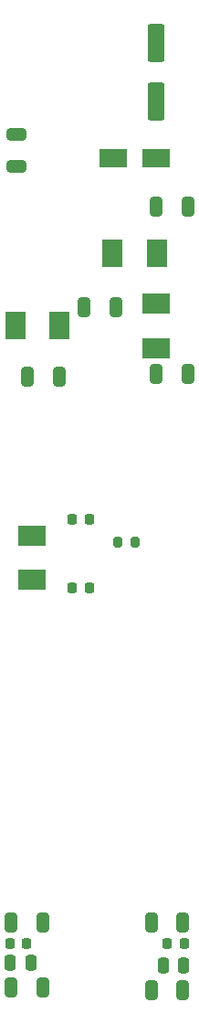
<source format=gbp>
G04 #@! TF.GenerationSoftware,KiCad,Pcbnew,6.0.10-86aedd382b~118~ubuntu18.04.1*
G04 #@! TF.CreationDate,2024-03-18T10:27:50-04:00*
G04 #@! TF.ProjectId,4UP,3455502e-6b69-4636-9164-5f7063625858,rev?*
G04 #@! TF.SameCoordinates,Original*
G04 #@! TF.FileFunction,Paste,Bot*
G04 #@! TF.FilePolarity,Positive*
%FSLAX46Y46*%
G04 Gerber Fmt 4.6, Leading zero omitted, Abs format (unit mm)*
G04 Created by KiCad (PCBNEW 6.0.10-86aedd382b~118~ubuntu18.04.1) date 2024-03-18 10:27:50*
%MOMM*%
%LPD*%
G01*
G04 APERTURE LIST*
G04 Aperture macros list*
%AMRoundRect*
0 Rectangle with rounded corners*
0 $1 Rounding radius*
0 $2 $3 $4 $5 $6 $7 $8 $9 X,Y pos of 4 corners*
0 Add a 4 corners polygon primitive as box body*
4,1,4,$2,$3,$4,$5,$6,$7,$8,$9,$2,$3,0*
0 Add four circle primitives for the rounded corners*
1,1,$1+$1,$2,$3*
1,1,$1+$1,$4,$5*
1,1,$1+$1,$6,$7*
1,1,$1+$1,$8,$9*
0 Add four rect primitives between the rounded corners*
20,1,$1+$1,$2,$3,$4,$5,0*
20,1,$1+$1,$4,$5,$6,$7,0*
20,1,$1+$1,$6,$7,$8,$9,0*
20,1,$1+$1,$8,$9,$2,$3,0*%
G04 Aperture macros list end*
%ADD10RoundRect,0.200000X-0.200000X-0.275000X0.200000X-0.275000X0.200000X0.275000X-0.200000X0.275000X0*%
%ADD11R,2.500000X1.800000*%
%ADD12RoundRect,0.250000X0.550000X-1.500000X0.550000X1.500000X-0.550000X1.500000X-0.550000X-1.500000X0*%
%ADD13RoundRect,0.250000X-0.250000X-0.475000X0.250000X-0.475000X0.250000X0.475000X-0.250000X0.475000X0*%
%ADD14RoundRect,0.225000X0.225000X0.250000X-0.225000X0.250000X-0.225000X-0.250000X0.225000X-0.250000X0*%
%ADD15RoundRect,0.225000X-0.225000X-0.250000X0.225000X-0.250000X0.225000X0.250000X-0.225000X0.250000X0*%
%ADD16RoundRect,0.250000X-0.325000X-0.650000X0.325000X-0.650000X0.325000X0.650000X-0.325000X0.650000X0*%
%ADD17RoundRect,0.250000X0.325000X0.650000X-0.325000X0.650000X-0.325000X-0.650000X0.325000X-0.650000X0*%
%ADD18RoundRect,0.250000X0.650000X-0.325000X0.650000X0.325000X-0.650000X0.325000X-0.650000X-0.325000X0*%
%ADD19R,1.900000X2.500000*%
%ADD20R,2.500000X1.900000*%
G04 APERTURE END LIST*
D10*
X42925000Y-99000000D03*
X44575000Y-99000000D03*
D11*
X46500000Y-63500000D03*
X42500000Y-63500000D03*
D12*
X46500000Y-58200000D03*
X46500000Y-52800000D03*
D13*
X32950000Y-138000000D03*
X34850000Y-138000000D03*
X47150000Y-138250000D03*
X49050000Y-138250000D03*
D14*
X38725000Y-96957500D03*
X40275000Y-96957500D03*
X40275000Y-103250000D03*
X38725000Y-103250000D03*
D15*
X47525000Y-136250000D03*
X49075000Y-136250000D03*
X32925000Y-136250000D03*
X34475000Y-136250000D03*
D16*
X46025000Y-140500000D03*
X48975000Y-140500000D03*
D17*
X37475000Y-83750000D03*
X34525000Y-83750000D03*
D16*
X33025000Y-140250000D03*
X35975000Y-140250000D03*
D17*
X42725000Y-77250000D03*
X39775000Y-77250000D03*
D16*
X33025000Y-134250000D03*
X35975000Y-134250000D03*
D18*
X33500000Y-64225000D03*
X33500000Y-61275000D03*
D16*
X46525000Y-83500000D03*
X49475000Y-83500000D03*
X46525000Y-68000000D03*
X49475000Y-68000000D03*
X46025000Y-134250000D03*
X48975000Y-134250000D03*
D19*
X46550000Y-72250000D03*
X42450000Y-72250000D03*
D20*
X46500000Y-76950000D03*
X46500000Y-81050000D03*
X35000000Y-102550000D03*
X35000000Y-98450000D03*
D19*
X37550000Y-79000000D03*
X33450000Y-79000000D03*
M02*

</source>
